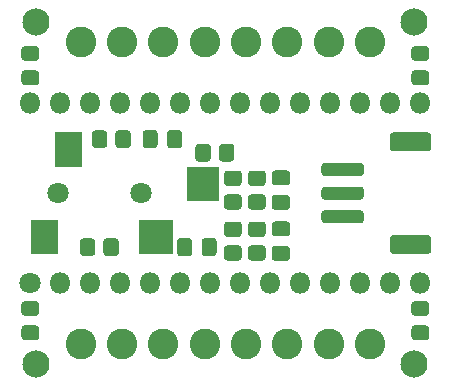
<source format=gts>
G04 #@! TF.GenerationSoftware,KiCad,Pcbnew,(5.1.9)-1*
G04 #@! TF.CreationDate,2021-03-27T20:31:15-07:00*
G04 #@! TF.ProjectId,nibelung,6e696265-6c75-46e6-972e-6b696361645f,rev?*
G04 #@! TF.SameCoordinates,PX621abf0PY7065700*
G04 #@! TF.FileFunction,Soldermask,Top*
G04 #@! TF.FilePolarity,Negative*
%FSLAX46Y46*%
G04 Gerber Fmt 4.6, Leading zero omitted, Abs format (unit mm)*
G04 Created by KiCad (PCBNEW (5.1.9)-1) date 2021-03-27 20:31:15*
%MOMM*%
%LPD*%
G01*
G04 APERTURE LIST*
%ADD10C,1.801600*%
%ADD11C,2.601600*%
%ADD12O,1.801600X1.801600*%
%ADD13C,2.301600*%
G04 APERTURE END LIST*
D10*
X10596000Y16256000D03*
X3596000Y16256000D03*
G36*
G01*
X13296001Y11105200D02*
X10495999Y11105200D01*
G75*
G02*
X10445200Y11155999I0J50799D01*
G01*
X10445200Y13956001D01*
G75*
G02*
X10495999Y14006800I50799J0D01*
G01*
X13296001Y14006800D01*
G75*
G02*
X13346800Y13956001I0J-50799D01*
G01*
X13346800Y11155999D01*
G75*
G02*
X13296001Y11105200I-50799J0D01*
G01*
G37*
G36*
G01*
X17196000Y15555200D02*
X14596000Y15555200D01*
G75*
G02*
X14545200Y15606000I0J50800D01*
G01*
X14545200Y18406000D01*
G75*
G02*
X14596000Y18456800I50800J0D01*
G01*
X17196000Y18456800D01*
G75*
G02*
X17246800Y18406000I0J-50800D01*
G01*
X17246800Y15606000D01*
G75*
G02*
X17196000Y15555200I-50800J0D01*
G01*
G37*
G36*
G01*
X3596000Y11105200D02*
X1396000Y11105200D01*
G75*
G02*
X1345200Y11156000I0J50800D01*
G01*
X1345200Y13956000D01*
G75*
G02*
X1396000Y14006800I50800J0D01*
G01*
X3596000Y14006800D01*
G75*
G02*
X3646800Y13956000I0J-50800D01*
G01*
X3646800Y11156000D01*
G75*
G02*
X3596000Y11105200I-50800J0D01*
G01*
G37*
G36*
G01*
X5596000Y18505200D02*
X3396000Y18505200D01*
G75*
G02*
X3345200Y18556000I0J50800D01*
G01*
X3345200Y21356000D01*
G75*
G02*
X3396000Y21406800I50800J0D01*
G01*
X5596000Y21406800D01*
G75*
G02*
X5646800Y21356000I0J-50800D01*
G01*
X5646800Y18556000D01*
G75*
G02*
X5596000Y18505200I-50800J0D01*
G01*
G37*
D11*
X30030000Y3467100D03*
X26530000Y3467100D03*
X23030000Y3467100D03*
X19530000Y3467100D03*
X16030000Y3467100D03*
X12530000Y3467100D03*
X5530000Y3467100D03*
X9030000Y3467100D03*
X5530000Y29044900D03*
X9030000Y29044900D03*
X12530000Y29044900D03*
X16030000Y29044900D03*
X19530000Y29044900D03*
X23030000Y29044900D03*
X30030000Y29044900D03*
X26530000Y29044900D03*
D12*
X3810000Y8636000D03*
X6350000Y8636000D03*
X8890000Y8636000D03*
X11430000Y8636000D03*
X13970000Y8636000D03*
X16510000Y8636000D03*
X19050000Y8636000D03*
X21590000Y8636000D03*
X24130000Y8636000D03*
X26670000Y8636000D03*
X29210000Y8636000D03*
X31750000Y8636000D03*
X34290000Y8636000D03*
X34290000Y23876000D03*
X31750000Y23876000D03*
X29210000Y23876000D03*
X26670000Y23876000D03*
X24130000Y23876000D03*
X21590000Y23876000D03*
X19050000Y23876000D03*
X16510000Y23876000D03*
X13970000Y23876000D03*
X11430000Y23876000D03*
X8890000Y23876000D03*
X6350000Y23876000D03*
X3810000Y23876000D03*
X1270000Y23876000D03*
D10*
X1270000Y8636000D03*
G36*
G01*
X1748715Y5860200D02*
X791285Y5860200D01*
G75*
G02*
X519200Y6132285I0J272085D01*
G01*
X519200Y6839715D01*
G75*
G02*
X791285Y7111800I272085J0D01*
G01*
X1748715Y7111800D01*
G75*
G02*
X2020800Y6839715I0J-272085D01*
G01*
X2020800Y6132285D01*
G75*
G02*
X1748715Y5860200I-272085J0D01*
G01*
G37*
G36*
G01*
X1748715Y3810200D02*
X791285Y3810200D01*
G75*
G02*
X519200Y4082285I0J272085D01*
G01*
X519200Y4789715D01*
G75*
G02*
X791285Y5061800I272085J0D01*
G01*
X1748715Y5061800D01*
G75*
G02*
X2020800Y4789715I0J-272085D01*
G01*
X2020800Y4082285D01*
G75*
G02*
X1748715Y3810200I-272085J0D01*
G01*
G37*
G36*
G01*
X34768715Y5860200D02*
X33811285Y5860200D01*
G75*
G02*
X33539200Y6132285I0J272085D01*
G01*
X33539200Y6839715D01*
G75*
G02*
X33811285Y7111800I272085J0D01*
G01*
X34768715Y7111800D01*
G75*
G02*
X35040800Y6839715I0J-272085D01*
G01*
X35040800Y6132285D01*
G75*
G02*
X34768715Y5860200I-272085J0D01*
G01*
G37*
G36*
G01*
X34768715Y3810200D02*
X33811285Y3810200D01*
G75*
G02*
X33539200Y4082285I0J272085D01*
G01*
X33539200Y4789715D01*
G75*
G02*
X33811285Y5061800I272085J0D01*
G01*
X34768715Y5061800D01*
G75*
G02*
X35040800Y4789715I0J-272085D01*
G01*
X35040800Y4082285D01*
G75*
G02*
X34768715Y3810200I-272085J0D01*
G01*
G37*
G36*
G01*
X33811285Y26651800D02*
X34768715Y26651800D01*
G75*
G02*
X35040800Y26379715I0J-272085D01*
G01*
X35040800Y25672285D01*
G75*
G02*
X34768715Y25400200I-272085J0D01*
G01*
X33811285Y25400200D01*
G75*
G02*
X33539200Y25672285I0J272085D01*
G01*
X33539200Y26379715D01*
G75*
G02*
X33811285Y26651800I272085J0D01*
G01*
G37*
G36*
G01*
X33811285Y28701800D02*
X34768715Y28701800D01*
G75*
G02*
X35040800Y28429715I0J-272085D01*
G01*
X35040800Y27722285D01*
G75*
G02*
X34768715Y27450200I-272085J0D01*
G01*
X33811285Y27450200D01*
G75*
G02*
X33539200Y27722285I0J272085D01*
G01*
X33539200Y28429715D01*
G75*
G02*
X33811285Y28701800I272085J0D01*
G01*
G37*
G36*
G01*
X791285Y26651800D02*
X1748715Y26651800D01*
G75*
G02*
X2020800Y26379715I0J-272085D01*
G01*
X2020800Y25672285D01*
G75*
G02*
X1748715Y25400200I-272085J0D01*
G01*
X791285Y25400200D01*
G75*
G02*
X519200Y25672285I0J272085D01*
G01*
X519200Y26379715D01*
G75*
G02*
X791285Y26651800I272085J0D01*
G01*
G37*
G36*
G01*
X791285Y28701800D02*
X1748715Y28701800D01*
G75*
G02*
X2020800Y28429715I0J-272085D01*
G01*
X2020800Y27722285D01*
G75*
G02*
X1748715Y27450200I-272085J0D01*
G01*
X791285Y27450200D01*
G75*
G02*
X519200Y27722285I0J272085D01*
G01*
X519200Y28429715D01*
G75*
G02*
X791285Y28701800I272085J0D01*
G01*
G37*
D13*
X33782000Y1778000D03*
X1778000Y1778000D03*
X33782000Y30734000D03*
X1778000Y30734000D03*
G36*
G01*
X22983183Y12591200D02*
X21974817Y12591200D01*
G75*
G02*
X21703200Y12862817I0J271617D01*
G01*
X21703200Y13596183D01*
G75*
G02*
X21974817Y13867800I271617J0D01*
G01*
X22983183Y13867800D01*
G75*
G02*
X23254800Y13596183I0J-271617D01*
G01*
X23254800Y12862817D01*
G75*
G02*
X22983183Y12591200I-271617J0D01*
G01*
G37*
G36*
G01*
X22983183Y10516200D02*
X21974817Y10516200D01*
G75*
G02*
X21703200Y10787817I0J271617D01*
G01*
X21703200Y11521183D01*
G75*
G02*
X21974817Y11792800I271617J0D01*
G01*
X22983183Y11792800D01*
G75*
G02*
X23254800Y11521183I0J-271617D01*
G01*
X23254800Y10787817D01*
G75*
G02*
X22983183Y10516200I-271617J0D01*
G01*
G37*
G36*
G01*
X34940067Y19805200D02*
X31972333Y19805200D01*
G75*
G02*
X31705400Y20072133I0J266933D01*
G01*
X31705400Y21139867D01*
G75*
G02*
X31972333Y21406800I266933J0D01*
G01*
X34940067Y21406800D01*
G75*
G02*
X35207000Y21139867I0J-266933D01*
G01*
X35207000Y20072133D01*
G75*
G02*
X34940067Y19805200I-266933J0D01*
G01*
G37*
G36*
G01*
X34940067Y11105200D02*
X31972333Y11105200D01*
G75*
G02*
X31705400Y11372133I0J266933D01*
G01*
X31705400Y12439867D01*
G75*
G02*
X31972333Y12706800I266933J0D01*
G01*
X34940067Y12706800D01*
G75*
G02*
X35207000Y12439867I0J-266933D01*
G01*
X35207000Y11372133D01*
G75*
G02*
X34940067Y11105200I-266933J0D01*
G01*
G37*
G36*
G01*
X29231600Y17705200D02*
X26180800Y17705200D01*
G75*
G02*
X25905400Y17980600I0J275400D01*
G01*
X25905400Y18531400D01*
G75*
G02*
X26180800Y18806800I275400J0D01*
G01*
X29231600Y18806800D01*
G75*
G02*
X29507000Y18531400I0J-275400D01*
G01*
X29507000Y17980600D01*
G75*
G02*
X29231600Y17705200I-275400J0D01*
G01*
G37*
G36*
G01*
X29231600Y15705200D02*
X26180800Y15705200D01*
G75*
G02*
X25905400Y15980600I0J275400D01*
G01*
X25905400Y16531400D01*
G75*
G02*
X26180800Y16806800I275400J0D01*
G01*
X29231600Y16806800D01*
G75*
G02*
X29507000Y16531400I0J-275400D01*
G01*
X29507000Y15980600D01*
G75*
G02*
X29231600Y15705200I-275400J0D01*
G01*
G37*
G36*
G01*
X29231600Y13705200D02*
X26180800Y13705200D01*
G75*
G02*
X25905400Y13980600I0J275400D01*
G01*
X25905400Y14531400D01*
G75*
G02*
X26180800Y14806800I275400J0D01*
G01*
X29231600Y14806800D01*
G75*
G02*
X29507000Y14531400I0J-275400D01*
G01*
X29507000Y13980600D01*
G75*
G02*
X29231600Y13705200I-275400J0D01*
G01*
G37*
G36*
G01*
X17240200Y19205365D02*
X17240200Y20164635D01*
G75*
G02*
X17511365Y20435800I271165J0D01*
G01*
X18270635Y20435800D01*
G75*
G02*
X18541800Y20164635I0J-271165D01*
G01*
X18541800Y19205365D01*
G75*
G02*
X18270635Y18934200I-271165J0D01*
G01*
X17511365Y18934200D01*
G75*
G02*
X17240200Y19205365I0J271165D01*
G01*
G37*
G36*
G01*
X15240200Y19205365D02*
X15240200Y20164635D01*
G75*
G02*
X15511365Y20435800I271165J0D01*
G01*
X16270635Y20435800D01*
G75*
G02*
X16541800Y20164635I0J-271165D01*
G01*
X16541800Y19205365D01*
G75*
G02*
X16270635Y18934200I-271165J0D01*
G01*
X15511365Y18934200D01*
G75*
G02*
X15240200Y19205365I0J271165D01*
G01*
G37*
G36*
G01*
X19967365Y16160800D02*
X20926635Y16160800D01*
G75*
G02*
X21197800Y15889635I0J-271165D01*
G01*
X21197800Y15130365D01*
G75*
G02*
X20926635Y14859200I-271165J0D01*
G01*
X19967365Y14859200D01*
G75*
G02*
X19696200Y15130365I0J271165D01*
G01*
X19696200Y15889635D01*
G75*
G02*
X19967365Y16160800I271165J0D01*
G01*
G37*
G36*
G01*
X19967365Y18160800D02*
X20926635Y18160800D01*
G75*
G02*
X21197800Y17889635I0J-271165D01*
G01*
X21197800Y17130365D01*
G75*
G02*
X20926635Y16859200I-271165J0D01*
G01*
X19967365Y16859200D01*
G75*
G02*
X19696200Y17130365I0J271165D01*
G01*
X19696200Y17889635D01*
G75*
G02*
X19967365Y18160800I271165J0D01*
G01*
G37*
G36*
G01*
X18894635Y16859200D02*
X17935365Y16859200D01*
G75*
G02*
X17664200Y17130365I0J271165D01*
G01*
X17664200Y17889635D01*
G75*
G02*
X17935365Y18160800I271165J0D01*
G01*
X18894635Y18160800D01*
G75*
G02*
X19165800Y17889635I0J-271165D01*
G01*
X19165800Y17130365D01*
G75*
G02*
X18894635Y16859200I-271165J0D01*
G01*
G37*
G36*
G01*
X18894635Y14859200D02*
X17935365Y14859200D01*
G75*
G02*
X17664200Y15130365I0J271165D01*
G01*
X17664200Y15889635D01*
G75*
G02*
X17935365Y16160800I271165J0D01*
G01*
X18894635Y16160800D01*
G75*
G02*
X19165800Y15889635I0J-271165D01*
G01*
X19165800Y15130365D01*
G75*
G02*
X18894635Y14859200I-271165J0D01*
G01*
G37*
G36*
G01*
X7778800Y21307635D02*
X7778800Y20348365D01*
G75*
G02*
X7507635Y20077200I-271165J0D01*
G01*
X6748365Y20077200D01*
G75*
G02*
X6477200Y20348365I0J271165D01*
G01*
X6477200Y21307635D01*
G75*
G02*
X6748365Y21578800I271165J0D01*
G01*
X7507635Y21578800D01*
G75*
G02*
X7778800Y21307635I0J-271165D01*
G01*
G37*
G36*
G01*
X9778800Y21307635D02*
X9778800Y20348365D01*
G75*
G02*
X9507635Y20077200I-271165J0D01*
G01*
X8748365Y20077200D01*
G75*
G02*
X8477200Y20348365I0J271165D01*
G01*
X8477200Y21307635D01*
G75*
G02*
X8748365Y21578800I271165J0D01*
G01*
X9507635Y21578800D01*
G75*
G02*
X9778800Y21307635I0J-271165D01*
G01*
G37*
G36*
G01*
X20926635Y12541200D02*
X19967365Y12541200D01*
G75*
G02*
X19696200Y12812365I0J271165D01*
G01*
X19696200Y13571635D01*
G75*
G02*
X19967365Y13842800I271165J0D01*
G01*
X20926635Y13842800D01*
G75*
G02*
X21197800Y13571635I0J-271165D01*
G01*
X21197800Y12812365D01*
G75*
G02*
X20926635Y12541200I-271165J0D01*
G01*
G37*
G36*
G01*
X20926635Y10541200D02*
X19967365Y10541200D01*
G75*
G02*
X19696200Y10812365I0J271165D01*
G01*
X19696200Y11571635D01*
G75*
G02*
X19967365Y11842800I271165J0D01*
G01*
X20926635Y11842800D01*
G75*
G02*
X21197800Y11571635I0J-271165D01*
G01*
X21197800Y10812365D01*
G75*
G02*
X20926635Y10541200I-271165J0D01*
G01*
G37*
G36*
G01*
X17935365Y13842800D02*
X18894635Y13842800D01*
G75*
G02*
X19165800Y13571635I0J-271165D01*
G01*
X19165800Y12812365D01*
G75*
G02*
X18894635Y12541200I-271165J0D01*
G01*
X17935365Y12541200D01*
G75*
G02*
X17664200Y12812365I0J271165D01*
G01*
X17664200Y13571635D01*
G75*
G02*
X17935365Y13842800I271165J0D01*
G01*
G37*
G36*
G01*
X17935365Y11842800D02*
X18894635Y11842800D01*
G75*
G02*
X19165800Y11571635I0J-271165D01*
G01*
X19165800Y10812365D01*
G75*
G02*
X18894635Y10541200I-271165J0D01*
G01*
X17935365Y10541200D01*
G75*
G02*
X17664200Y10812365I0J271165D01*
G01*
X17664200Y11571635D01*
G75*
G02*
X17935365Y11842800I271165J0D01*
G01*
G37*
G36*
G01*
X6762800Y12163635D02*
X6762800Y11204365D01*
G75*
G02*
X6491635Y10933200I-271165J0D01*
G01*
X5732365Y10933200D01*
G75*
G02*
X5461200Y11204365I0J271165D01*
G01*
X5461200Y12163635D01*
G75*
G02*
X5732365Y12434800I271165J0D01*
G01*
X6491635Y12434800D01*
G75*
G02*
X6762800Y12163635I0J-271165D01*
G01*
G37*
G36*
G01*
X8762800Y12163635D02*
X8762800Y11204365D01*
G75*
G02*
X8491635Y10933200I-271165J0D01*
G01*
X7732365Y10933200D01*
G75*
G02*
X7461200Y11204365I0J271165D01*
G01*
X7461200Y12163635D01*
G75*
G02*
X7732365Y12434800I271165J0D01*
G01*
X8491635Y12434800D01*
G75*
G02*
X8762800Y12163635I0J-271165D01*
G01*
G37*
G36*
G01*
X21974817Y16110800D02*
X22983183Y16110800D01*
G75*
G02*
X23254800Y15839183I0J-271617D01*
G01*
X23254800Y15105817D01*
G75*
G02*
X22983183Y14834200I-271617J0D01*
G01*
X21974817Y14834200D01*
G75*
G02*
X21703200Y15105817I0J271617D01*
G01*
X21703200Y15839183D01*
G75*
G02*
X21974817Y16110800I271617J0D01*
G01*
G37*
G36*
G01*
X21974817Y18185800D02*
X22983183Y18185800D01*
G75*
G02*
X23254800Y17914183I0J-271617D01*
G01*
X23254800Y17180817D01*
G75*
G02*
X22983183Y16909200I-271617J0D01*
G01*
X21974817Y16909200D01*
G75*
G02*
X21703200Y17180817I0J271617D01*
G01*
X21703200Y17914183D01*
G75*
G02*
X21974817Y18185800I271617J0D01*
G01*
G37*
G36*
G01*
X12046800Y21332183D02*
X12046800Y20323817D01*
G75*
G02*
X11775183Y20052200I-271617J0D01*
G01*
X11041817Y20052200D01*
G75*
G02*
X10770200Y20323817I0J271617D01*
G01*
X10770200Y21332183D01*
G75*
G02*
X11041817Y21603800I271617J0D01*
G01*
X11775183Y21603800D01*
G75*
G02*
X12046800Y21332183I0J-271617D01*
G01*
G37*
G36*
G01*
X14121800Y21332183D02*
X14121800Y20323817D01*
G75*
G02*
X13850183Y20052200I-271617J0D01*
G01*
X13116817Y20052200D01*
G75*
G02*
X12845200Y20323817I0J271617D01*
G01*
X12845200Y21332183D01*
G75*
G02*
X13116817Y21603800I271617J0D01*
G01*
X13850183Y21603800D01*
G75*
G02*
X14121800Y21332183I0J-271617D01*
G01*
G37*
G36*
G01*
X14967800Y12188183D02*
X14967800Y11179817D01*
G75*
G02*
X14696183Y10908200I-271617J0D01*
G01*
X13962817Y10908200D01*
G75*
G02*
X13691200Y11179817I0J271617D01*
G01*
X13691200Y12188183D01*
G75*
G02*
X13962817Y12459800I271617J0D01*
G01*
X14696183Y12459800D01*
G75*
G02*
X14967800Y12188183I0J-271617D01*
G01*
G37*
G36*
G01*
X17042800Y12188183D02*
X17042800Y11179817D01*
G75*
G02*
X16771183Y10908200I-271617J0D01*
G01*
X16037817Y10908200D01*
G75*
G02*
X15766200Y11179817I0J271617D01*
G01*
X15766200Y12188183D01*
G75*
G02*
X16037817Y12459800I271617J0D01*
G01*
X16771183Y12459800D01*
G75*
G02*
X17042800Y12188183I0J-271617D01*
G01*
G37*
M02*

</source>
